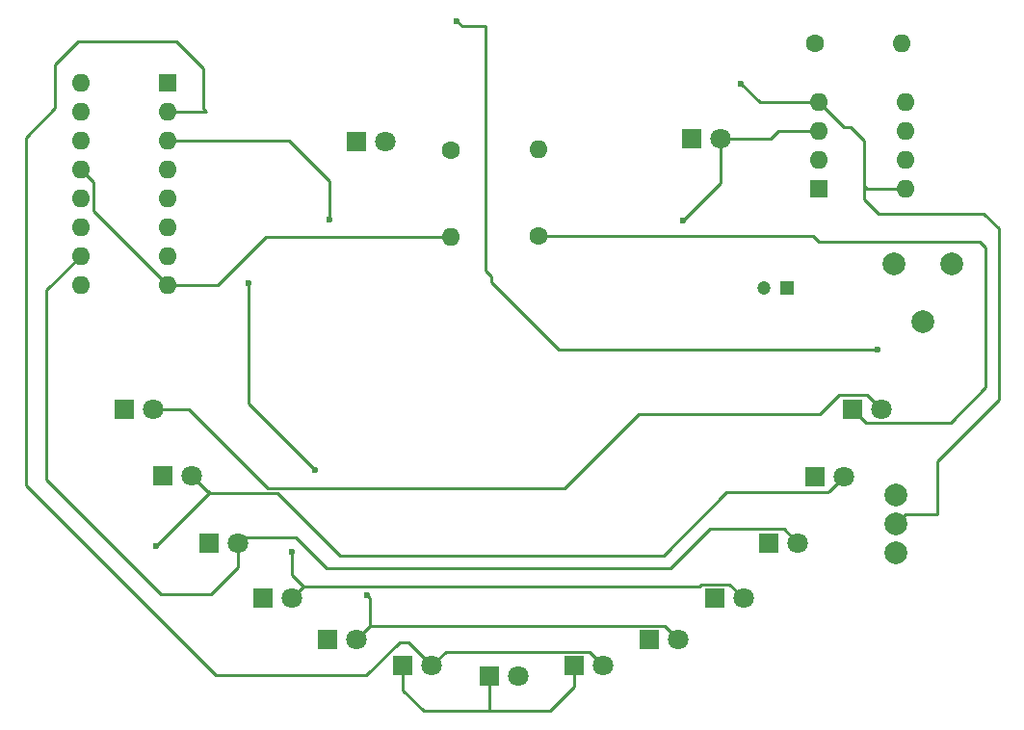
<source format=gbr>
%TF.GenerationSoftware,KiCad,Pcbnew,8.0.1*%
%TF.CreationDate,2024-05-08T14:34:23+02:00*%
%TF.ProjectId,Smiley,536d696c-6579-42e6-9b69-6361645f7063,rev?*%
%TF.SameCoordinates,Original*%
%TF.FileFunction,Copper,L1,Top*%
%TF.FilePolarity,Positive*%
%FSLAX46Y46*%
G04 Gerber Fmt 4.6, Leading zero omitted, Abs format (unit mm)*
G04 Created by KiCad (PCBNEW 8.0.1) date 2024-05-08 14:34:23*
%MOMM*%
%LPD*%
G01*
G04 APERTURE LIST*
%TA.AperFunction,ComponentPad*%
%ADD10R,1.800000X1.800000*%
%TD*%
%TA.AperFunction,ComponentPad*%
%ADD11C,1.800000*%
%TD*%
%TA.AperFunction,ComponentPad*%
%ADD12R,1.200000X1.200000*%
%TD*%
%TA.AperFunction,ComponentPad*%
%ADD13C,1.200000*%
%TD*%
%TA.AperFunction,ComponentPad*%
%ADD14C,1.600000*%
%TD*%
%TA.AperFunction,ComponentPad*%
%ADD15O,1.600000X1.600000*%
%TD*%
%TA.AperFunction,ComponentPad*%
%ADD16C,2.000000*%
%TD*%
%TA.AperFunction,ComponentPad*%
%ADD17R,1.600000X1.600000*%
%TD*%
%TA.AperFunction,ViaPad*%
%ADD18C,0.600000*%
%TD*%
%TA.AperFunction,Conductor*%
%ADD19C,0.250000*%
%TD*%
G04 APERTURE END LIST*
D10*
%TO.P,D1,1*%
%TO.N,Net-(D2-Pad1)*%
X156858600Y-122139100D03*
D11*
%TO.P,D1,2*%
%TO.N,Net-(D1-Pad2)*%
X159398600Y-122139100D03*
%TD*%
D10*
%TO.P,D2,1*%
%TO.N,Net-(D2-Pad1)*%
X164348600Y-121189100D03*
D11*
%TO.P,D2,2*%
%TO.N,Net-(D2-Pad2)*%
X166888600Y-121189100D03*
%TD*%
D10*
%TO.P,D3,1*%
%TO.N,Net-(D2-Pad1)*%
X170938600Y-118929100D03*
D11*
%TO.P,D3,2*%
%TO.N,Net-(D3-Pad2)*%
X173478600Y-118929100D03*
%TD*%
D10*
%TO.P,D4,1*%
%TO.N,Net-(D2-Pad1)*%
X176668600Y-115279100D03*
D11*
%TO.P,D4,2*%
%TO.N,Net-(D4-Pad2)*%
X179208600Y-115279100D03*
%TD*%
D10*
%TO.P,D5,1*%
%TO.N,Net-(D2-Pad1)*%
X181448600Y-110399100D03*
D11*
%TO.P,D5,2*%
%TO.N,Net-(D5-Pad2)*%
X183988600Y-110399100D03*
%TD*%
D10*
%TO.P,D6,1*%
%TO.N,Net-(D2-Pad1)*%
X185476600Y-104592100D03*
D11*
%TO.P,D6,2*%
%TO.N,Net-(D6-Pad2)*%
X188016600Y-104592100D03*
%TD*%
D10*
%TO.P,D7,1*%
%TO.N,Net-(D2-Pad1)*%
X188758600Y-98623100D03*
D11*
%TO.P,D7,2*%
%TO.N,Net-(D7-Pad2)*%
X191298600Y-98623100D03*
%TD*%
D10*
%TO.P,D8,1*%
%TO.N,Net-(D8-Pad1)*%
X174681600Y-74874100D03*
D11*
%TO.P,D8,2*%
%TO.N,Net-(U2-Pad3)*%
X177221600Y-74874100D03*
%TD*%
D10*
%TO.P,D22,1*%
%TO.N,Net-(D2-Pad1)*%
X149278600Y-121189100D03*
D11*
%TO.P,D22,2*%
%TO.N,Net-(D2-Pad2)*%
X151818600Y-121189100D03*
%TD*%
D10*
%TO.P,D33,1*%
%TO.N,Net-(D2-Pad1)*%
X142638600Y-118889100D03*
D11*
%TO.P,D33,2*%
%TO.N,Net-(D3-Pad2)*%
X145178600Y-118889100D03*
%TD*%
D10*
%TO.P,D44,1*%
%TO.N,Net-(D2-Pad1)*%
X136948600Y-115229100D03*
D11*
%TO.P,D44,2*%
%TO.N,Net-(D4-Pad2)*%
X139488600Y-115229100D03*
%TD*%
D10*
%TO.P,D55,1*%
%TO.N,Net-(D2-Pad1)*%
X132258600Y-110399100D03*
D11*
%TO.P,D55,2*%
%TO.N,Net-(D5-Pad2)*%
X134798600Y-110399100D03*
%TD*%
D10*
%TO.P,D66,1*%
%TO.N,Net-(D2-Pad1)*%
X128198600Y-104489100D03*
D11*
%TO.P,D66,2*%
%TO.N,Net-(D6-Pad2)*%
X130738600Y-104489100D03*
%TD*%
D10*
%TO.P,D77,1*%
%TO.N,Net-(D2-Pad1)*%
X124808600Y-98669100D03*
D11*
%TO.P,D77,2*%
%TO.N,Net-(D7-Pad2)*%
X127348600Y-98669100D03*
%TD*%
D10*
%TO.P,D88,1*%
%TO.N,Net-(D8-Pad1)*%
X145148600Y-75139100D03*
D11*
%TO.P,D88,2*%
%TO.N,Net-(U2-Pad3)*%
X147688600Y-75139100D03*
%TD*%
D12*
%TO.P,C1,1*%
%TO.N,Net-(C1-Pad1)*%
X183000000Y-88000000D03*
D13*
%TO.P,C1,2*%
%TO.N,Net-(C1-Pad2)*%
X181000000Y-88000000D03*
%TD*%
D14*
%TO.P,R1,1*%
%TO.N,Net-(C3-Pad1)*%
X185500000Y-66500000D03*
D15*
%TO.P,R1,2*%
%TO.N,Net-(P1-Pad1)*%
X193120000Y-66500000D03*
%TD*%
D14*
%TO.P,Ra,1*%
%TO.N,Net-(D8-Pad1)*%
X153508600Y-75859100D03*
D15*
%TO.P,Ra,2*%
%TO.N,Net-(C1-Pad2)*%
X153508600Y-83479100D03*
%TD*%
D14*
%TO.P,Rm,1*%
%TO.N,Net-(D2-Pad1)*%
X161219600Y-83446600D03*
D15*
%TO.P,Rm,2*%
%TO.N,Net-(C1-Pad2)*%
X161219600Y-75826600D03*
%TD*%
D16*
%TO.P,S1,1*%
%TO.N,Net-(S1-Pad1)*%
X192588600Y-111299100D03*
%TO.P,S1,2*%
%TO.N,Net-(C3-Pad1)*%
X192588600Y-108759100D03*
%TO.P,S1,3*%
%TO.N,Net-(S1-Pad3)*%
X192588600Y-106219100D03*
%TD*%
D17*
%TO.P,NE555,1*%
%TO.N,Net-(C1-Pad2)*%
X185813700Y-79298800D03*
D15*
%TO.P,NE555,2*%
%TO.N,Net-(C1-Pad1)*%
X185813700Y-76758800D03*
%TO.P,NE555,3*%
%TO.N,Net-(U2-Pad3)*%
X185813700Y-74218800D03*
%TO.P,NE555,4*%
%TO.N,Net-(C3-Pad1)*%
X185813700Y-71678800D03*
%TO.P,NE555,5*%
%TO.N,Net-(C2-Pad1)*%
X193433700Y-71678800D03*
%TO.P,NE555,6*%
%TO.N,Net-(C1-Pad1)*%
X193433700Y-74218800D03*
%TO.P,NE555,7*%
%TO.N,Net-(P1-Pad1)*%
X193433700Y-76758800D03*
%TO.P,NE555,8*%
%TO.N,Net-(C3-Pad1)*%
X193433700Y-79298800D03*
%TD*%
D17*
%TO.P,CD4017,1*%
%TO.N,Net-(D6-Pad2)*%
X128580600Y-69921100D03*
D15*
%TO.P,CD4017,2*%
%TO.N,Net-(D2-Pad2)*%
X128580600Y-72461100D03*
%TO.P,CD4017,3*%
%TO.N,Net-(D1-Pad2)*%
X128580600Y-75001100D03*
%TO.P,CD4017,4*%
%TO.N,Net-(D3-Pad2)*%
X128580600Y-77541100D03*
%TO.P,CD4017,5*%
%TO.N,Net-(D7-Pad2)*%
X128580600Y-80081100D03*
%TO.P,CD4017,6*%
%TO.N,Net-(U3-Pad6)*%
X128580600Y-82621100D03*
%TO.P,CD4017,7*%
%TO.N,Net-(D4-Pad2)*%
X128580600Y-85161100D03*
%TO.P,CD4017,8*%
%TO.N,Net-(C1-Pad2)*%
X128580600Y-87701100D03*
%TO.P,CD4017,9*%
%TO.N,Net-(U3-Pad9)*%
X120960600Y-87701100D03*
%TO.P,CD4017,10*%
%TO.N,Net-(D5-Pad2)*%
X120960600Y-85161100D03*
%TO.P,CD4017,11*%
%TO.N,Net-(U3-Pad11)*%
X120960600Y-82621100D03*
%TO.P,CD4017,12*%
%TO.N,Net-(U3-Pad12)*%
X120960600Y-80081100D03*
%TO.P,CD4017,13*%
%TO.N,Net-(C1-Pad2)*%
X120960600Y-77541100D03*
%TO.P,CD4017,14*%
%TO.N,Net-(U2-Pad3)*%
X120960600Y-75001100D03*
%TO.P,CD4017,15*%
%TO.N,Net-(C1-Pad2)*%
X120960600Y-72461100D03*
%TO.P,CD4017,16*%
%TO.N,Net-(C3-Pad1)*%
X120960600Y-69921100D03*
%TD*%
D16*
%TO.P,REF\u002A\u002A,1*%
%TO.N,Net-(P1-Pad1)*%
X197497700Y-85864700D03*
%TO.P,REF\u002A\u002A,2*%
%TO.N,Net-(C1-Pad1)*%
X192417700Y-85864700D03*
%TO.P,REF\u002A\u002A,3*%
%TO.N,Net-(P1-Pad1)*%
X194957700Y-90944700D03*
%TD*%
D18*
%TO.N,Net-(C3-Pad1)*%
X179000000Y-70000000D03*
%TO.N,Net-(D1-Pad2)*%
X142790000Y-81970000D03*
%TO.N,Net-(D3-Pad2)*%
X135690000Y-87550000D03*
X146120000Y-115010000D03*
X141520000Y-103960000D03*
%TO.N,Net-(D4-Pad2)*%
X139530000Y-111170000D03*
%TO.N,Net-(D6-Pad2)*%
X127608600Y-110649100D03*
%TO.N,Net-(S1-Pad3)*%
X190950000Y-93440000D03*
X154000000Y-64500000D03*
%TO.N,Net-(U2-Pad3)*%
X173900000Y-82050000D03*
%TD*%
D19*
%TO.N,Net-(C1-Pad2)*%
X153508600Y-83479100D02*
X137210900Y-83479100D01*
X122085601Y-81206101D02*
X128580600Y-87701100D01*
X137210900Y-83479100D02*
X132988900Y-87701100D01*
X132988900Y-87701100D02*
X128580600Y-87701100D01*
X122085601Y-78666101D02*
X122085601Y-81206101D01*
X120960600Y-77541100D02*
X122085601Y-78666101D01*
%TO.N,Net-(C3-Pad1)*%
X196208600Y-103249100D02*
X196208600Y-107869100D01*
X189768600Y-75049100D02*
X189768600Y-79026900D01*
X193478600Y-107869100D02*
X192588600Y-108759100D01*
X189768600Y-79026900D02*
X189768600Y-80179100D01*
X190040500Y-79298800D02*
X189768600Y-79026900D01*
X185813700Y-71678800D02*
X187993000Y-73858100D01*
X189768600Y-80179100D02*
X191067600Y-81478100D01*
X188577600Y-73858100D02*
X189768600Y-75049100D01*
X187993000Y-73858100D02*
X188577600Y-73858100D01*
X180678800Y-71678800D02*
X185813700Y-71678800D01*
X196208600Y-107869100D02*
X193478600Y-107869100D01*
X191067600Y-81478100D02*
X200337600Y-81478100D01*
X179000000Y-70000000D02*
X180678800Y-71678800D01*
X201628600Y-97829100D02*
X196208600Y-103249100D01*
X200337600Y-81478100D02*
X201628600Y-82769100D01*
X193433700Y-79298800D02*
X190040500Y-79298800D01*
X201628600Y-82769100D02*
X201628600Y-97829100D01*
%TO.N,Net-(D1-Pad2)*%
X139230600Y-75001100D02*
X128580600Y-75001100D01*
X142794750Y-78565250D02*
X139230600Y-75001100D01*
X142794750Y-80744750D02*
X142794750Y-80544750D01*
X142794750Y-80544750D02*
X142794750Y-78565250D01*
X142790000Y-80549500D02*
X142794750Y-80544750D01*
X142790000Y-81970000D02*
X142790000Y-80549500D01*
%TO.N,Net-(D2-Pad2)*%
X153043601Y-119964099D02*
X151818600Y-121189100D01*
X166888600Y-121189100D02*
X165663599Y-119964099D01*
X146058600Y-122069100D02*
X149008600Y-119119100D01*
X131996600Y-72461100D02*
X131748600Y-72213100D01*
X149008600Y-119119100D02*
X149748600Y-119119100D01*
X132848600Y-122069100D02*
X132878600Y-122069100D01*
X116158600Y-104089100D02*
X116128600Y-104119100D01*
X118718600Y-68329100D02*
X118718600Y-72189100D01*
X121288600Y-66299100D02*
X121018600Y-66299100D01*
X165663599Y-119964099D02*
X153043601Y-119964099D01*
X132878600Y-122069100D02*
X146058600Y-122069100D01*
X131748600Y-68689100D02*
X129358600Y-66299100D01*
X131748600Y-72213100D02*
X131748600Y-68689100D01*
X149748600Y-119119100D02*
X151818600Y-121189100D01*
X129358600Y-66299100D02*
X121288600Y-66299100D01*
X121288600Y-66299100D02*
X120748600Y-66299100D01*
X116128600Y-105349100D02*
X132848600Y-122069100D01*
X128580600Y-72461100D02*
X131996600Y-72461100D01*
X120748600Y-66299100D02*
X118718600Y-68329100D01*
X116128600Y-104119100D02*
X116128600Y-105349100D01*
X116158600Y-74749100D02*
X116158600Y-104089100D01*
X118718600Y-72189100D02*
X116158600Y-74749100D01*
%TO.N,Net-(D2-Pad1)*%
X200505601Y-84466101D02*
X200505601Y-96752099D01*
X185843602Y-83959100D02*
X199998600Y-83959100D01*
X156858600Y-122139100D02*
X156858600Y-125086400D01*
X199998600Y-83959100D02*
X200505601Y-84466101D01*
X156745900Y-125199100D02*
X162168600Y-125199100D01*
X161219600Y-83446600D02*
X185331102Y-83446600D01*
X151078600Y-125199100D02*
X156745900Y-125199100D01*
X149278600Y-123399100D02*
X151078600Y-125199100D01*
X164348600Y-123019100D02*
X164348600Y-121189100D01*
X189983601Y-99848101D02*
X188758600Y-98623100D01*
X197409599Y-99848101D02*
X189983601Y-99848101D01*
X185331102Y-83446600D02*
X185843602Y-83959100D01*
X200505601Y-96752099D02*
X197409599Y-99848101D01*
X149278600Y-121189100D02*
X149278600Y-123399100D01*
X156858600Y-125086400D02*
X156745900Y-125199100D01*
X162168600Y-125199100D02*
X164348600Y-123019100D01*
%TO.N,Net-(D3-Pad2)*%
X141520000Y-103960000D02*
X135690000Y-98130000D01*
X146363601Y-115273601D02*
X146120000Y-115030000D01*
X172253599Y-117704099D02*
X146363601Y-117704099D01*
X135690000Y-98130000D02*
X135690000Y-87550000D01*
X173478600Y-118929100D02*
X172253599Y-117704099D01*
X146363601Y-117704099D02*
X146363601Y-115273601D01*
X146120000Y-115030000D02*
X146120000Y-115010000D01*
X146363601Y-117704099D02*
X145178600Y-118889100D01*
%TO.N,Net-(D4-Pad2)*%
X177983599Y-114054099D02*
X175508599Y-114054099D01*
X139488600Y-115229100D02*
X140497000Y-114220700D01*
X175341998Y-114220700D02*
X140497000Y-114220700D01*
X175508599Y-114054099D02*
X175341998Y-114220700D01*
X179208600Y-115279100D02*
X177983599Y-114054099D01*
X139530000Y-111170000D02*
X139530000Y-113253700D01*
X139530000Y-113253700D02*
X140497000Y-114220700D01*
%TO.N,Net-(D5-Pad2)*%
X134798600Y-112529100D02*
X134798600Y-110399100D01*
X135241100Y-109956600D02*
X134798600Y-110399100D01*
X127978600Y-114899100D02*
X132428600Y-114899100D01*
X117958600Y-104879100D02*
X127978600Y-114899100D01*
X142544800Y-112649000D02*
X139852400Y-109956600D01*
X120960600Y-85161100D02*
X117958600Y-88163100D01*
X172767898Y-112649000D02*
X142544800Y-112649000D01*
X132428600Y-114899100D02*
X134798600Y-112529100D01*
X176242799Y-109174099D02*
X172767898Y-112649000D01*
X139852400Y-109956600D02*
X135241100Y-109956600D01*
X183988600Y-110399100D02*
X182763599Y-109174099D01*
X182763599Y-109174099D02*
X176242799Y-109174099D01*
X117958600Y-88163100D02*
X117958600Y-104879100D01*
%TO.N,Net-(D6-Pad2)*%
X188016600Y-104592100D02*
X186887200Y-105721500D01*
X138214100Y-106019600D02*
X132269100Y-106019600D01*
X132250599Y-105817101D02*
X132066601Y-105817101D01*
X186887200Y-105721500D02*
X186627200Y-105981500D01*
X132269100Y-106019600D02*
X132066601Y-105817101D01*
X172173900Y-111544100D02*
X143738600Y-111544100D01*
X177736500Y-105981500D02*
X172173900Y-111544100D01*
X186887200Y-105721500D02*
X186791599Y-105817101D01*
X132066601Y-105817101D02*
X130738600Y-104489100D01*
X143738600Y-111544100D02*
X138214100Y-106019600D01*
X127608600Y-110649100D02*
X132250599Y-106007101D01*
X186627200Y-105981500D02*
X177736500Y-105981500D01*
X132250599Y-106007101D02*
X132250599Y-105817101D01*
%TO.N,Net-(D7-Pad2)*%
X163490409Y-105569591D02*
X170000000Y-99060000D01*
X190597050Y-97921550D02*
X191298600Y-98623100D01*
X137369591Y-105569591D02*
X163490409Y-105569591D01*
X187598599Y-97398099D02*
X185936698Y-99060000D01*
X190442052Y-97921550D02*
X190597050Y-97921550D01*
X185936698Y-99060000D02*
X170000000Y-99060000D01*
X190073599Y-97398099D02*
X190597050Y-97921550D01*
X190073599Y-97398099D02*
X187598599Y-97398099D01*
X127348600Y-98669100D02*
X130469100Y-98669100D01*
X130469100Y-98669100D02*
X137369591Y-105569591D01*
%TO.N,Net-(S1-Pad3)*%
X162940000Y-93440000D02*
X190950000Y-93440000D01*
X156500000Y-65000000D02*
X156500000Y-86500000D01*
X157000000Y-87500000D02*
X162940000Y-93440000D01*
X154500000Y-65000000D02*
X156500000Y-65000000D01*
X156500000Y-86500000D02*
X157000000Y-87000000D01*
X157000000Y-87000000D02*
X157000000Y-87500000D01*
X154000000Y-64500000D02*
X154500000Y-65000000D01*
%TO.N,Net-(U2-Pad3)*%
X181625900Y-74874100D02*
X182281200Y-74218800D01*
X177221600Y-78728400D02*
X173900000Y-82050000D01*
X177221600Y-74874100D02*
X181625900Y-74874100D01*
X182281200Y-74218800D02*
X185813700Y-74218800D01*
X177221600Y-74874100D02*
X177221600Y-78728400D01*
%TD*%
M02*

</source>
